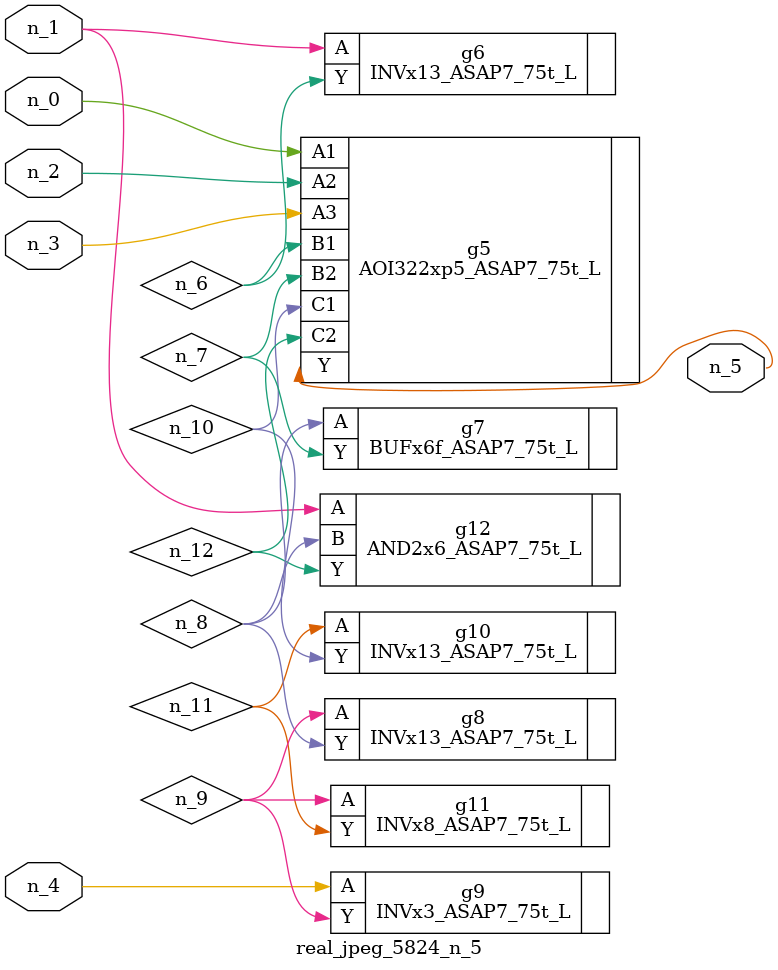
<source format=v>
module real_jpeg_5824_n_5 (n_4, n_0, n_1, n_2, n_3, n_5);

input n_4;
input n_0;
input n_1;
input n_2;
input n_3;

output n_5;

wire n_12;
wire n_8;
wire n_11;
wire n_6;
wire n_7;
wire n_10;
wire n_9;

AOI322xp5_ASAP7_75t_L g5 ( 
.A1(n_0),
.A2(n_2),
.A3(n_3),
.B1(n_6),
.B2(n_7),
.C1(n_10),
.C2(n_12),
.Y(n_5)
);

INVx13_ASAP7_75t_L g6 ( 
.A(n_1),
.Y(n_6)
);

AND2x6_ASAP7_75t_L g12 ( 
.A(n_1),
.B(n_8),
.Y(n_12)
);

INVx3_ASAP7_75t_L g9 ( 
.A(n_4),
.Y(n_9)
);

BUFx6f_ASAP7_75t_L g7 ( 
.A(n_8),
.Y(n_7)
);

INVx13_ASAP7_75t_L g8 ( 
.A(n_9),
.Y(n_8)
);

INVx8_ASAP7_75t_L g11 ( 
.A(n_9),
.Y(n_11)
);

INVx13_ASAP7_75t_L g10 ( 
.A(n_11),
.Y(n_10)
);


endmodule
</source>
